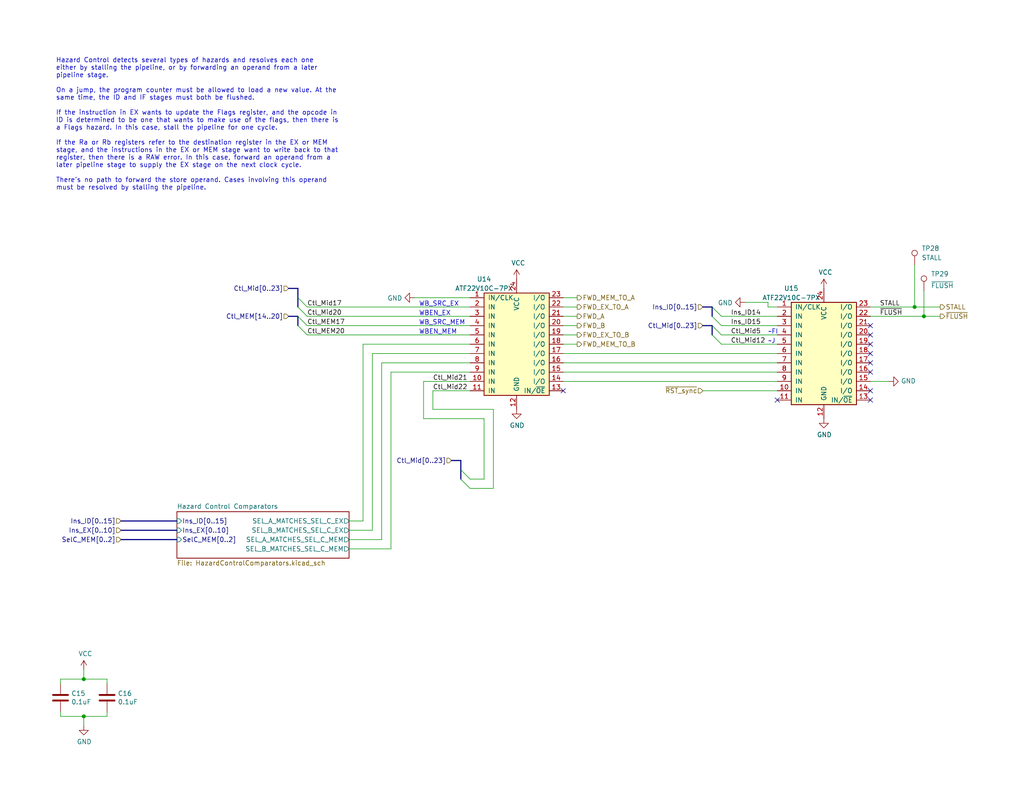
<source format=kicad_sch>
(kicad_sch (version 20230121) (generator eeschema)
  (paper "USLetter")
  (title_block (title "Hazard Control") (date "2023-09-25") (rev "C") (comment 2 "control operand forwarding.") (comment 3 "This may stall the pipeline on a hazard. For RAW hazards, it produces signals to") (comment 4 "Control logic for dealing with pipeline hazards"))
  (lib_symbols
    (symbol "Connector:TestPoint" (pin_numbers hide) (pin_names (offset 0.762) hide)
      (property "Reference" "TP" (at 0 6.858 0))
      (property "Value" "TestPoint" (at 0 5.08 0))
      (symbol "TestPoint_0_1"
        (circle (center 0 3.302) (radius 0.762))
      )
      (symbol "TestPoint_1_1"
        (pin passive line (at 0 0 90) (length 2.54) (name "1") (number "1"))
      )
    )
    (symbol "ControlModule-rescue:ATF22V10C-Logic_Programmable" (pin_names (offset 1.016))
      (property "Reference" "U" (at -7.62 17.78 0))
      (property "Value" "ATF22V10C-Logic_Programmable" (at -7.62 15.24 0))
      (symbol "ATF22V10C-Logic_Programmable_1_1"
        (rectangle (start -8.89 -15.24) (end 8.89 12.7) (stroke (width 0.254)) (fill (type background)))
        (pin input line (at -12.7 11.43 0) (length 3.81) (name "IN/CLK") (number "1"))
        (pin input line (at -12.7 -11.43 0) (length 3.81) (name "IN") (number "10"))
        (pin input line (at -12.7 -13.97 0) (length 3.81) (name "IN") (number "11"))
        (pin power_in line (at 0 -19.05 90) (length 3.81) (name "GND") (number "12"))
        (pin input line (at 12.7 -13.97 180) (length 3.81) (name "IN/~{OE}") (number "13"))
        (pin passive line (at 12.7 -11.43 180) (length 3.81) (name "I/O") (number "14"))
        (pin passive line (at 12.7 -8.89 180) (length 3.81) (name "I/O") (number "15"))
        (pin passive line (at 12.7 -6.35 180) (length 3.81) (name "I/O") (number "16"))
        (pin passive line (at 12.7 -3.81 180) (length 3.81) (name "I/O") (number "17"))
        (pin passive line (at 12.7 -1.27 180) (length 3.81) (name "I/O") (number "18"))
        (pin passive line (at 12.7 1.27 180) (length 3.81) (name "I/O") (number "19"))
        (pin input line (at -12.7 8.89 0) (length 3.81) (name "IN") (number "2"))
        (pin passive line (at 12.7 3.81 180) (length 3.81) (name "I/O") (number "20"))
        (pin passive line (at 12.7 6.35 180) (length 3.81) (name "I/O") (number "21"))
        (pin passive line (at 12.7 8.89 180) (length 3.81) (name "I/O") (number "22"))
        (pin passive line (at 12.7 11.43 180) (length 3.81) (name "I/O") (number "23"))
        (pin power_in line (at 0 16.51 270) (length 3.81) (name "VCC") (number "24"))
        (pin input line (at -12.7 6.35 0) (length 3.81) (name "IN") (number "3"))
        (pin input line (at -12.7 3.81 0) (length 3.81) (name "IN") (number "4"))
        (pin input line (at -12.7 1.27 0) (length 3.81) (name "IN") (number "5"))
        (pin input line (at -12.7 -1.27 0) (length 3.81) (name "IN") (number "6"))
        (pin input line (at -12.7 -3.81 0) (length 3.81) (name "IN") (number "7"))
        (pin input line (at -12.7 -6.35 0) (length 3.81) (name "IN") (number "8"))
        (pin input line (at -12.7 -8.89 0) (length 3.81) (name "IN") (number "9"))
      )
    )
    (symbol "Device:C" (pin_numbers hide) (pin_names (offset 0.254))
      (property "Reference" "C" (at 0.635 2.54 0))
      (property "Value" "C" (at 0.635 -2.54 0))
      (symbol "C_0_1"
        (polyline (pts (xy -2.032 -0.762) (xy 2.032 -0.762)) (stroke (width 0.508)))
        (polyline (pts (xy -2.032 0.762) (xy 2.032 0.762)) (stroke (width 0.508)))
      )
      (symbol "C_1_1"
        (pin passive line (at 0 3.81 270) (length 2.794) (name "~") (number "1"))
        (pin passive line (at 0 -3.81 90) (length 2.794) (name "~") (number "2"))
      )
    )
    (symbol "power:GND" (power) (pin_names (offset 0))
      (property "Value" "GND" (at 0 -3.81 0))
      (symbol "GND_0_1"
        (polyline (pts (xy 0 0) (xy 0 -1.27) (xy 1.27 -1.27) (xy 0 -2.54) (xy -1.27 -1.27) (xy 0 -1.27)))
      )
      (symbol "GND_1_1"
        (pin power_in line (at 0 0 270) (length 0) hide (name "GND") (number "1"))
      )
    )
    (symbol "power:VCC" (power) (pin_names (offset 0))
      (property "Value" "VCC" (at 0 3.81 0))
      (symbol "VCC_0_1"
        (polyline (pts (xy -0.762 1.27) (xy 0 2.54)))
        (polyline (pts (xy 0 0) (xy 0 2.54)))
        (polyline (pts (xy 0 2.54) (xy 0.762 1.27)))
      )
      (symbol "VCC_1_1"
        (pin power_in line (at 0 0 90) (length 0) hide (name "VCC") (number "1"))
      )
    )
  )
  (junction (at 22.86 185.42))
  (junction (at 249.555 83.82))
  (junction (at 252.095 86.36))
  (junction (at 22.86 195.58))
  (no_connect (at 212.09 109.22))
  (no_connect (at 237.49 109.22))
  (no_connect (at 237.49 93.98))
  (no_connect (at 237.49 91.44))
  (no_connect (at 237.49 106.68))
  (no_connect (at 237.49 99.06))
  (no_connect (at 237.49 101.6))
  (no_connect (at 237.49 88.9))
  (no_connect (at 153.67 106.68))
  (no_connect (at 237.49 96.52))
  (bus_entry (at 128.27 130.81) (size -2.54 -2.54))
  (bus_entry (at 196.85 86.36) (size -2.54 -2.54))
  (bus_entry (at 83.82 83.82) (size -2.54 -2.54))
  (bus_entry (at 194.31 88.9) (size 2.54 2.54))
  (bus_entry (at 81.28 83.82) (size 2.54 2.54))
  (bus_entry (at 194.31 91.44) (size 2.54 2.54))
  (bus_entry (at 83.82 91.44) (size -2.54 -2.54))
  (bus_entry (at 83.82 88.9) (size -2.54 -2.54))
  (bus_entry (at 128.27 133.35) (size -2.54 -2.54))
  (bus_entry (at 196.85 88.9) (size -2.54 -2.54))
  (wire (pts (xy 157.48 88.9) (xy 153.67 88.9)))
  (wire (pts (xy 212.09 99.06) (xy 153.67 99.06)))
  (wire (pts (xy 134.62 133.35) (xy 128.27 133.35)))
  (wire (pts (xy 16.51 185.42) (xy 22.86 185.42)))
  (wire (pts (xy 118.11 111.76) (xy 134.62 111.76)))
  (wire (pts (xy 118.11 106.68) (xy 128.27 106.68)))
  (wire (pts (xy 115.57 114.3) (xy 115.57 104.14)))
  (wire (pts (xy 237.49 104.14) (xy 242.57 104.14)))
  (bus (pts (xy 78.74 86.36) (xy 81.28 86.36)))
  (wire (pts (xy 128.27 99.06) (xy 104.14 99.06)))
  (wire (pts (xy 83.82 91.44) (xy 128.27 91.44)))
  (wire (pts (xy 153.67 96.52) (xy 212.09 96.52)))
  (wire (pts (xy 191.77 106.68) (xy 212.09 106.68)))
  (wire (pts (xy 128.27 101.6) (xy 106.68 101.6)))
  (bus (pts (xy 191.77 88.9) (xy 194.31 88.9)))
  (bus (pts (xy 81.28 81.28) (xy 81.28 83.82)))
  (wire (pts (xy 196.85 93.98) (xy 212.09 93.98)))
  (bus (pts (xy 81.28 86.36) (xy 81.28 88.9)))
  (wire (pts (xy 134.62 111.76) (xy 134.62 133.35)))
  (wire (pts (xy 132.08 114.3) (xy 115.57 114.3)))
  (wire (pts (xy 29.21 185.42) (xy 29.21 186.69)))
  (wire (pts (xy 99.06 142.24) (xy 95.25 142.24)))
  (wire (pts (xy 99.06 93.98) (xy 99.06 142.24)))
  (wire (pts (xy 252.095 86.36) (xy 256.54 86.36)))
  (wire (pts (xy 106.68 101.6) (xy 106.68 149.86)))
  (bus (pts (xy 81.28 78.74) (xy 81.28 81.28)))
  (wire (pts (xy 157.48 83.82) (xy 153.67 83.82)))
  (wire (pts (xy 115.57 104.14) (xy 128.27 104.14)))
  (wire (pts (xy 22.86 198.12) (xy 22.86 195.58)))
  (wire (pts (xy 104.14 147.32) (xy 95.25 147.32)))
  (wire (pts (xy 128.27 81.28) (xy 113.03 81.28)))
  (wire (pts (xy 153.67 101.6) (xy 212.09 101.6)))
  (wire (pts (xy 22.86 195.58) (xy 29.21 195.58)))
  (wire (pts (xy 16.51 186.69) (xy 16.51 185.42)))
  (wire (pts (xy 249.555 72.39) (xy 249.555 83.82)))
  (wire (pts (xy 132.08 130.81) (xy 132.08 114.3)))
  (wire (pts (xy 29.21 195.58) (xy 29.21 194.31)))
  (bus (pts (xy 123.19 125.73) (xy 125.73 125.73)))
  (wire (pts (xy 237.49 83.82) (xy 249.555 83.82)))
  (bus (pts (xy 191.77 83.82) (xy 194.31 83.82)))
  (wire (pts (xy 209.55 82.55) (xy 209.55 83.82)))
  (wire (pts (xy 83.82 86.36) (xy 128.27 86.36)))
  (bus (pts (xy 78.74 78.74) (xy 81.28 78.74)))
  (bus (pts (xy 194.31 88.9) (xy 194.31 91.44)))
  (wire (pts (xy 128.27 96.52) (xy 101.6 96.52)))
  (wire (pts (xy 153.67 91.44) (xy 157.48 91.44)))
  (bus (pts (xy 125.73 125.73) (xy 125.73 128.27)))
  (bus (pts (xy 33.02 147.32) (xy 48.26 147.32)))
  (wire (pts (xy 22.86 185.42) (xy 29.21 185.42)))
  (wire (pts (xy 83.82 88.9) (xy 128.27 88.9)))
  (wire (pts (xy 118.11 106.68) (xy 118.11 111.76)))
  (wire (pts (xy 203.2 82.55) (xy 209.55 82.55)))
  (wire (pts (xy 237.49 86.36) (xy 252.095 86.36)))
  (wire (pts (xy 128.27 93.98) (xy 99.06 93.98)))
  (wire (pts (xy 128.27 130.81) (xy 132.08 130.81)))
  (wire (pts (xy 83.82 83.82) (xy 128.27 83.82)))
  (bus (pts (xy 48.26 142.24) (xy 33.02 142.24)))
  (bus (pts (xy 48.26 144.78) (xy 33.02 144.78)))
  (wire (pts (xy 209.55 83.82) (xy 212.09 83.82)))
  (wire (pts (xy 249.555 83.82) (xy 256.54 83.82)))
  (wire (pts (xy 153.67 86.36) (xy 157.48 86.36)))
  (wire (pts (xy 196.85 88.9) (xy 212.09 88.9)))
  (bus (pts (xy 125.73 128.27) (xy 125.73 130.81)))
  (wire (pts (xy 106.68 149.86) (xy 95.25 149.86)))
  (wire (pts (xy 22.86 182.88) (xy 22.86 185.42)))
  (wire (pts (xy 101.6 96.52) (xy 101.6 144.78)))
  (wire (pts (xy 101.6 144.78) (xy 95.25 144.78)))
  (wire (pts (xy 104.14 99.06) (xy 104.14 147.32)))
  (wire (pts (xy 212.09 91.44) (xy 196.85 91.44)))
  (wire (pts (xy 212.09 104.14) (xy 153.67 104.14)))
  (wire (pts (xy 196.85 86.36) (xy 212.09 86.36)))
  (wire (pts (xy 16.51 195.58) (xy 22.86 195.58)))
  (wire (pts (xy 157.48 93.98) (xy 153.67 93.98)))
  (bus (pts (xy 194.31 83.82) (xy 194.31 86.36)))
  (wire (pts (xy 153.67 81.28) (xy 157.48 81.28)))
  (wire (pts (xy 252.095 79.375) (xy 252.095 86.36)))
  (wire (pts (xy 16.51 194.31) (xy 16.51 195.58)))
  (text "Hazard Control detects several types of hazards and resolves each one\neither by stalling the pipeline, or by forwarding an operand from a later\npipeline stage.\n\nOn a jump, the program counter must be allowed to load a new value. At the\nsame time, the ID and IF stages must both be flushed.\n\nIf the instruction in EX wants to update the Flags register, and the opcode in\nID is determined to be one that wants to make use of the flags, then there is\na Flags hazard. In this case, stall the pipeline for one cycle.\n\nIf the Ra or Rb registers refer to the destination register in the EX or MEM\nstage, and the instructions in the EX or MEM stage want to write back to that\nregister, then there is a RAW error. In this case, forward an operand from a\nlater pipeline stage to supply the EX stage on the next clock cycle.\n\nThere’s no path to forward the store operand. Cases involving this operand\nmust be resolved by stalling the pipeline." (at 15.24 52.07 0) (effects (font (size 1.27 1.27)) (justify left bottom)))
  (text "WBEN_EX" (at 114.3 86.36 0) (effects (font (size 1.27 1.27)) (justify left bottom)))
  (text "WBEN_MEM" (at 114.3 91.44 0) (effects (font (size 1.27 1.27)) (justify left bottom)))
  (text "WB_SRC_EX" (at 114.3 83.82 0) (effects (font (size 1.27 1.27)) (justify left bottom)))
  (text "~J" (at 209.55 93.98 0) (effects (font (size 1.27 1.27)) (justify left bottom)))
  (text "~FI" (at 209.55 91.44 0) (effects (font (size 1.27 1.27)) (justify left bottom)))
  (text "WB_SRC_MEM" (at 114.3 88.9 0) (effects (font (size 1.27 1.27)) (justify left bottom)))
  (label "Ins_ID14" (at 199.39 86.36 0))
  (label "Ctl_MEM20" (at 83.82 91.44 0))
  (label "Ins_ID15" (at 199.39 88.9 0))
  (label "Ctl_Mid21" (at 118.11 104.14 0))
  (label "Ctl_Mid12" (at 199.39 93.98 0))
  (label "~{FLUSH}" (at 240.03 86.36 0))
  (label "Ctl_Mid5" (at 199.39 91.44 0))
  (label "Ctl_MEM17" (at 83.82 88.9 0))
  (label "STALL" (at 240.03 83.82 0))
  (label "Ctl_Mid17" (at 83.82 83.82 0))
  (label "Ctl_Mid22" (at 118.11 106.68 0))
  (label "Ctl_Mid20" (at 83.82 86.36 0))
  (hierarchical_label "~{RST_sync}" (shape input) (at 191.77 106.68 180))
  (hierarchical_label "FWD_EX_TO_A" (shape output) (at 157.48 83.82 0))
  (hierarchical_label "FWD_MEM_TO_A" (shape output) (at 157.48 81.28 0))
  (hierarchical_label "FWD_B" (shape output) (at 157.48 88.9 0))
  (hierarchical_label "Ins_ID[0..15]" (shape input) (at 191.77 83.82 180))
  (hierarchical_label "SelC_MEM[0..2]" (shape input) (at 33.02 147.32 180))
  (hierarchical_label "Ctl_Mid[0..23]" (shape input) (at 191.77 88.9 180))
  (hierarchical_label "FWD_MEM_TO_B" (shape output) (at 157.48 93.98 0))
  (hierarchical_label "Ctl_Mid[0..23]" (shape input) (at 123.19 125.73 180))
  (hierarchical_label "STALL" (shape output) (at 256.54 83.82 0))
  (hierarchical_label "Ctl_Mid[0..23]" (shape input) (at 78.74 78.74 180))
  (hierarchical_label "~{FLUSH}" (shape output) (at 256.54 86.36 0))
  (hierarchical_label "Ctl_MEM[14..20]" (shape input) (at 78.74 86.36 180))
  (hierarchical_label "FWD_EX_TO_B" (shape output) (at 157.48 91.44 0))
  (hierarchical_label "Ins_EX[0..10]" (shape input) (at 33.02 144.78 180))
  (hierarchical_label "FWD_A" (shape output) (at 157.48 86.36 0))
  (hierarchical_label "Ins_ID[0..15]" (shape input) (at 33.02 142.24 180))
  (symbol (lib_id "power:VCC") (at 140.97 76.2 0) (unit 1)
    (property "Reference" "#PWR076" (effects hide))
    (property "Value" "VCC" (at 141.4018 71.8058 0))
  )
  (symbol (lib_id "power:GND") (at 140.97 111.76 0) (unit 1)
    (property "Reference" "#PWR077" (effects hide))
    (property "Value" "GND" (at 141.097 116.1542 0))
  )
  (symbol (lib_id "ControlModule-rescue:ATF22V10C-Logic_Programmable") (at 140.97 92.71 0) (unit 1)
    (property "Reference" "U14" (at 132.08 76.2 0))
    (property "Value" "ATF22V10C-7PX" (at 132.08 78.74 0))
    (property "Footprint" "Package_DIP:DIP-24_W7.62mm_Socket" (effects hide))
    (property "Datasheet" "https://www.mouser.com/datasheet/2/268/doc0735-1369018.pdf" (effects hide))
    (property "Mouser" "https://www.mouser.com/ProductDetail/Microchip-Technology-Atmel/ATF22V10C-7PX?qs=%2Fha2pyFadugqFuTUlWvkuaZr7DXQ8Rnu3dOZcKuoHGuPC51te6MYUw%3D%3D" (effects hide))
  )
  (symbol (lib_id "Device:C") (at 16.51 190.5 0) (unit 1)
    (property "Reference" "C15" (at 19.431 189.3316 0) (effects (justify left)))
    (property "Value" "0.1uF" (at 19.431 191.643 0) (effects (justify left)))
    (property "Footprint" "Capacitor_SMD:C_0603_1608Metric_Pad1.08x0.95mm_HandSolder" (effects hide))
    (property "Mouser" "https://www.mouser.com/ProductDetail/963-EMK107B7104KAHT" (effects hide))
  )
  (symbol (lib_id "power:VCC") (at 22.86 182.88 0) (unit 1)
    (property "Reference" "#PWR073" (effects hide))
    (property "Value" "VCC" (at 23.2918 178.4858 0))
  )
  (symbol (lib_id "power:GND") (at 22.86 198.12 0) (unit 1)
    (property "Reference" "#PWR074" (effects hide))
    (property "Value" "GND" (at 22.987 202.5142 0))
  )
  (symbol (lib_id "Device:C") (at 29.21 190.5 0) (unit 1)
    (property "Reference" "C16" (at 32.131 189.3316 0) (effects (justify left)))
    (property "Value" "0.1uF" (at 32.131 191.643 0) (effects (justify left)))
    (property "Footprint" "Capacitor_SMD:C_0603_1608Metric_Pad1.08x0.95mm_HandSolder" (effects hide))
    (property "Mouser" "https://www.mouser.com/ProductDetail/963-EMK107B7104KAHT" (effects hide))
  )
  (symbol (lib_id "power:GND") (at 242.57 104.14 90) (unit 1)
    (property "Reference" "#PWR081" (effects hide))
    (property "Value" "GND" (at 245.8212 104.013 90) (effects (justify right)))
  )
  (symbol (lib_id "power:GND") (at 203.2 82.55 270) (unit 1)
    (property "Reference" "#PWR078" (effects hide))
    (property "Value" "GND" (at 199.9488 82.677 90) (effects (justify right)))
  )
  (symbol (lib_id "power:GND") (at 113.03 81.28 270) (unit 1)
    (property "Reference" "#PWR075" (effects hide))
    (property "Value" "GND" (at 109.7788 81.407 90) (effects (justify right)))
  )
  (symbol (lib_id "ControlModule-rescue:ATF22V10C-Logic_Programmable") (at 224.79 95.25 0) (unit 1)
    (property "Reference" "U15" (at 215.9 78.74 0))
    (property "Value" "ATF22V10C-7PX" (at 215.9 81.28 0))
    (property "Footprint" "Package_DIP:DIP-24_W7.62mm_Socket" (effects hide))
    (property "Datasheet" "https://www.mouser.com/datasheet/2/268/doc0735-1369018.pdf" (effects hide))
    (property "Mouser" "https://www.mouser.com/ProductDetail/Microchip-Technology-Atmel/ATF22V10C-7PX?qs=%2Fha2pyFadugqFuTUlWvkuaZr7DXQ8Rnu3dOZcKuoHGuPC51te6MYUw%3D%3D" (effects hide))
  )
  (symbol (lib_id "power:VCC") (at 224.79 78.74 0) (unit 1)
    (property "Reference" "#PWR079" (effects hide))
    (property "Value" "VCC" (at 225.2218 74.3458 0))
  )
  (symbol (lib_id "power:GND") (at 224.79 114.3 0) (unit 1)
    (property "Reference" "#PWR080" (effects hide))
    (property "Value" "GND" (at 224.917 118.6942 0))
  )
  (symbol (lib_id "Connector:TestPoint") (at 252.095 79.375 0) (unit 1)
    (property "Reference" "TP29" (at 254 74.8029 0) (effects (justify left)))
    (property "Value" "~{FLUSH}" (at 254 77.9779 0) (effects (justify left)))
    (property "Footprint" "TestPoint:TestPoint_Pad_D1.0mm" (effects hide))
  )
  (symbol (lib_id "Connector:TestPoint") (at 249.555 72.39 0) (unit 1)
    (property "Reference" "TP28" (at 251.46 67.8179 0) (effects (justify left)))
    (property "Value" "STALL" (at 251.46 70.3579 0) (effects (justify left)))
    (property "Footprint" "TestPoint:TestPoint_Pad_D1.0mm" (effects hide))
  )
  (sheet (at 48.26 139.7) (size 46.99 12.7)
    (property "Sheetname" "Hazard Control Comparators" (at 48.26 138.9884 0) (effects (justify left bottom)))
    (property "Sheetfile" "HazardControlComparators.kicad_sch" (at 48.26 152.9846 0) (effects (justify left top)))
    (pin "Ins_ID[0..15]" input (at 48.26 142.24 180))
    (pin "Ins_EX[0..10]" input (at 48.26 144.78 180))
    (pin "SelC_MEM[0..2]" input (at 48.26 147.32 180))
    (pin "SEL_A_MATCHES_SEL_C_EX" output (at 95.25 142.24 0))
    (pin "SEL_B_MATCHES_SEL_C_EX" output (at 95.25 144.78 0))
    (pin "SEL_A_MATCHES_SEL_C_MEM" output (at 95.25 147.32 0))
    (pin "SEL_B_MATCHES_SEL_C_MEM" output (at 95.25 149.86 0))
  )
)
</source>
